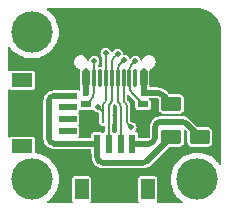
<source format=gbr>
%TF.GenerationSoftware,KiCad,Pcbnew,7.0.7*%
%TF.CreationDate,2024-01-09T13:38:50+07:00*%
%TF.ProjectId,Unified Daughterboard,556e6966-6965-4642-9044-617567687465,rev?*%
%TF.SameCoordinates,Original*%
%TF.FileFunction,Copper,L1,Top*%
%TF.FilePolarity,Positive*%
%FSLAX46Y46*%
G04 Gerber Fmt 4.6, Leading zero omitted, Abs format (unit mm)*
G04 Created by KiCad (PCBNEW 7.0.7) date 2024-01-09 13:38:50*
%MOMM*%
%LPD*%
G01*
G04 APERTURE LIST*
G04 Aperture macros list*
%AMRoundRect*
0 Rectangle with rounded corners*
0 $1 Rounding radius*
0 $2 $3 $4 $5 $6 $7 $8 $9 X,Y pos of 4 corners*
0 Add a 4 corners polygon primitive as box body*
4,1,4,$2,$3,$4,$5,$6,$7,$8,$9,$2,$3,0*
0 Add four circle primitives for the rounded corners*
1,1,$1+$1,$2,$3*
1,1,$1+$1,$4,$5*
1,1,$1+$1,$6,$7*
1,1,$1+$1,$8,$9*
0 Add four rect primitives between the rounded corners*
20,1,$1+$1,$2,$3,$4,$5,0*
20,1,$1+$1,$4,$5,$6,$7,0*
20,1,$1+$1,$6,$7,$8,$9,0*
20,1,$1+$1,$8,$9,$2,$3,0*%
G04 Aperture macros list end*
%TA.AperFunction,SMDPad,CuDef*%
%ADD10RoundRect,0.250000X0.625000X-0.375000X0.625000X0.375000X-0.625000X0.375000X-0.625000X-0.375000X0*%
%TD*%
%TA.AperFunction,WasherPad*%
%ADD11C,3.500001*%
%TD*%
%TA.AperFunction,SMDPad,CuDef*%
%ADD12R,0.900000X0.500000*%
%TD*%
%TA.AperFunction,SMDPad,CuDef*%
%ADD13R,1.200000X1.800000*%
%TD*%
%TA.AperFunction,SMDPad,CuDef*%
%ADD14R,0.600000X1.550000*%
%TD*%
%TA.AperFunction,SMDPad,CuDef*%
%ADD15RoundRect,0.250000X-0.625000X0.375000X-0.625000X-0.375000X0.625000X-0.375000X0.625000X0.375000X0*%
%TD*%
%TA.AperFunction,ComponentPad*%
%ADD16C,3.500001*%
%TD*%
%TA.AperFunction,SMDPad,CuDef*%
%ADD17RoundRect,0.125000X0.000000X-0.150000X0.000000X-0.150000X0.000000X0.150000X0.000000X0.150000X0*%
%TD*%
%TA.AperFunction,SMDPad,CuDef*%
%ADD18R,0.250000X0.550000*%
%TD*%
%TA.AperFunction,SMDPad,CuDef*%
%ADD19R,0.300000X0.550000*%
%TD*%
%TA.AperFunction,SMDPad,CuDef*%
%ADD20RoundRect,0.150000X0.150000X0.575000X-0.150000X0.575000X-0.150000X-0.575000X0.150000X-0.575000X0*%
%TD*%
%TA.AperFunction,SMDPad,CuDef*%
%ADD21RoundRect,0.075000X0.075000X0.650000X-0.075000X0.650000X-0.075000X-0.650000X0.075000X-0.650000X0*%
%TD*%
%TA.AperFunction,ComponentPad*%
%ADD22O,1.100000X2.200000*%
%TD*%
%TA.AperFunction,ComponentPad*%
%ADD23O,1.300000X1.900000*%
%TD*%
%TA.AperFunction,SMDPad,CuDef*%
%ADD24R,1.800000X1.200000*%
%TD*%
%TA.AperFunction,SMDPad,CuDef*%
%ADD25R,1.550000X0.600000*%
%TD*%
%TA.AperFunction,ViaPad*%
%ADD26C,0.450000*%
%TD*%
%TA.AperFunction,ViaPad*%
%ADD27C,0.600000*%
%TD*%
%TA.AperFunction,ViaPad*%
%ADD28C,0.500000*%
%TD*%
%TA.AperFunction,Conductor*%
%ADD29C,0.500000*%
%TD*%
%TA.AperFunction,Conductor*%
%ADD30C,0.200000*%
%TD*%
G04 APERTURE END LIST*
D10*
%TO.P,L1,1,1*%
%TO.N,GND*%
X104200000Y-66400000D03*
%TO.P,L1,2,2*%
%TO.N,GNDPWR*%
X104200000Y-63600000D03*
%TD*%
D11*
%TO.P,MH3,*%
%TO.N,*%
X90000000Y-70000000D03*
%TD*%
%TO.P,MH1,*%
%TO.N,*%
X90000000Y-57500000D03*
%TD*%
D12*
%TO.P,R1,1*%
%TO.N,CC1*%
X99400000Y-63650000D03*
%TO.P,R1,2*%
%TO.N,GNDPWR*%
X99400000Y-65150000D03*
%TD*%
D13*
%TO.P,J3,*%
%TO.N,*%
X94200000Y-70850000D03*
X99800000Y-70850000D03*
D14*
%TO.P,J3,1,Pin_1*%
%TO.N,VCC*%
X95500000Y-66975000D03*
%TO.P,J3,2,Pin_2*%
%TO.N,DA-*%
X96500000Y-66975000D03*
%TO.P,J3,3,Pin_3*%
%TO.N,DA+*%
X97500000Y-66975000D03*
%TO.P,J3,4,Pin_4*%
%TO.N,GND*%
X98500000Y-66975000D03*
%TD*%
D11*
%TO.P,MH4,*%
%TO.N,*%
X104000000Y-70000000D03*
%TD*%
D15*
%TO.P,F1,1*%
%TO.N,VBUS*%
X101800000Y-63600000D03*
%TO.P,F1,2*%
%TO.N,VCC*%
X101800000Y-66400000D03*
%TD*%
D16*
%TO.P,MH2,1,Pin_1*%
%TO.N,GNDPWR*%
X104000000Y-57500000D03*
%TD*%
D17*
%TO.P,U1,1,IO1*%
%TO.N,DA+*%
X96000000Y-64985000D03*
D18*
%TO.P,U1,2,IO2*%
%TO.N,DA-*%
X96500000Y-64985000D03*
D19*
%TO.P,U1,3,GND*%
%TO.N,GNDPWR*%
X97000000Y-64985000D03*
D18*
%TO.P,U1,4,D2+*%
%TO.N,DA+*%
X97500000Y-64985000D03*
%TO.P,U1,5,D2-*%
%TO.N,DA-*%
X98000000Y-64985000D03*
%TO.P,U1,6,NC*%
X98000000Y-64215000D03*
%TO.P,U1,7,NC*%
%TO.N,DA+*%
X97500000Y-64215000D03*
D19*
%TO.P,U1,8,GND*%
%TO.N,GNDPWR*%
X97000000Y-64215000D03*
D18*
%TO.P,U1,9,NC*%
%TO.N,DA-*%
X96500000Y-64215000D03*
%TO.P,U1,10,NC*%
%TO.N,DA+*%
X96000000Y-64215000D03*
%TD*%
D20*
%TO.P,J1,A1,GND*%
%TO.N,GNDPWR*%
X100248000Y-61375000D03*
%TO.P,J1,A4,VBUS*%
%TO.N,VBUS*%
X99448000Y-61375000D03*
D21*
%TO.P,J1,A5,CC1*%
%TO.N,CC1*%
X98248000Y-61375000D03*
%TO.P,J1,A6,D+*%
%TO.N,DA+*%
X97252000Y-61375000D03*
%TO.P,J1,A7,D-*%
%TO.N,DA-*%
X96748000Y-61375000D03*
%TO.P,J1,A8,SBU1*%
%TO.N,unconnected-(J1-SBU1-PadA8)*%
X95748000Y-61375000D03*
D20*
%TO.P,J1,B1,GND*%
%TO.N,GNDPWR*%
X93748000Y-61375000D03*
%TO.P,J1,B4,VBUS*%
%TO.N,VBUS*%
X94548000Y-61375000D03*
D21*
%TO.P,J1,B5,CC2*%
%TO.N,CC2*%
X95248000Y-61375000D03*
%TO.P,J1,B6,D+*%
%TO.N,DA+*%
X96248000Y-61375000D03*
%TO.P,J1,B7,D-*%
%TO.N,DA-*%
X97748000Y-61375000D03*
%TO.P,J1,B8,SBU2*%
%TO.N,unconnected-(J1-SBU2-PadB8)*%
X98748000Y-61375000D03*
D22*
%TO.P,J1,S,SHIELD*%
%TO.N,GNDPWR*%
X101298000Y-60600000D03*
D23*
X101298000Y-56400000D03*
D22*
X92698000Y-60600000D03*
D23*
X92698000Y-56400000D03*
%TD*%
D12*
%TO.P,R2,1*%
%TO.N,CC2*%
X94600000Y-63650000D03*
%TO.P,R2,2*%
%TO.N,GNDPWR*%
X94600000Y-65150000D03*
%TD*%
D24*
%TO.P,J4,*%
%TO.N,*%
X89148000Y-61600000D03*
X89148000Y-67200000D03*
D25*
%TO.P,J4,1,Pin_1*%
%TO.N,VCC*%
X93023000Y-62900000D03*
%TO.P,J4,2,Pin_2*%
%TO.N,DA-*%
X93023000Y-63900000D03*
%TO.P,J4,3,Pin_3*%
%TO.N,DA+*%
X93023000Y-64900000D03*
%TO.P,J4,4,Pin_4*%
%TO.N,GND*%
X93023000Y-65900000D03*
%TD*%
D23*
%TO.P,J2,S,SHIELD*%
%TO.N,GNDPWR*%
X92698000Y-56400500D03*
D22*
X92698000Y-60600500D03*
D23*
X101298000Y-56400500D03*
D22*
X101298000Y-60600500D03*
%TD*%
D26*
%TO.N,GNDPWR*%
X97000000Y-64600000D03*
D27*
X99400000Y-64600000D03*
X94600000Y-64600000D03*
%TO.N,VBUS*%
X94548000Y-62648000D03*
X99448000Y-62648000D03*
D28*
%TO.N,CC1*%
X98748000Y-59980000D03*
%TO.N,DA+*%
X96248000Y-59301516D03*
X97797500Y-59881000D03*
X97500000Y-66975000D03*
X93023000Y-64900000D03*
X95598000Y-63880000D03*
%TO.N,DA-*%
X97248000Y-59378623D03*
X93023000Y-63900000D03*
X98400000Y-65600000D03*
X96500000Y-66975000D03*
%TO.N,CC2*%
X95248000Y-59980000D03*
D27*
%TO.N,GND*%
X93023000Y-65900000D03*
X98500000Y-66975000D03*
%TD*%
D29*
%TO.N,GNDPWR*%
X99400000Y-65150000D02*
X99400000Y-64600000D01*
X94600000Y-65150000D02*
X94600000Y-64600000D01*
%TO.N,VCC*%
X91400000Y-63400000D02*
X91400000Y-66475000D01*
X99392893Y-68600000D02*
X96000000Y-68600000D01*
X101800000Y-66400000D02*
X99746446Y-68453554D01*
X92775000Y-62900000D02*
X91900000Y-62900000D01*
X95500000Y-68100000D02*
X95500000Y-66975000D01*
X91900000Y-66975000D02*
X95500000Y-66975000D01*
X91900000Y-62900000D02*
G75*
G03*
X91400000Y-63400000I0J-500000D01*
G01*
X95500000Y-68100000D02*
G75*
G03*
X96000000Y-68600000I500000J0D01*
G01*
X91400000Y-66475000D02*
G75*
G03*
X91900000Y-66975000I500000J0D01*
G01*
X99392893Y-68599995D02*
G75*
G03*
X99746446Y-68453554I7J499995D01*
G01*
%TO.N,VBUS*%
X99448000Y-62648000D02*
X99448000Y-60825000D01*
X101800000Y-63600000D02*
X101140893Y-62940893D01*
X94548000Y-60825000D02*
X94548000Y-62648000D01*
X100433786Y-62648000D02*
X99448000Y-62648000D01*
D30*
X94548000Y-60825000D02*
X94548000Y-60819670D01*
D29*
X101140900Y-62940886D02*
G75*
G03*
X100433786Y-62648000I-707100J-707114D01*
G01*
D30*
%TO.N,CC1*%
X98394447Y-60333553D02*
X98748000Y-59980000D01*
X98248000Y-60825000D02*
X98248000Y-60687107D01*
X98248000Y-60825000D02*
X98248000Y-62083786D01*
X98540893Y-62790893D02*
X99400000Y-63650000D01*
X98248010Y-62083786D02*
G75*
G03*
X98540893Y-62790893I999990J-14D01*
G01*
X98394444Y-60333550D02*
G75*
G03*
X98248000Y-60687107I353556J-353550D01*
G01*
%TO.N,DA+*%
X96248000Y-60825000D02*
X96248000Y-63272761D01*
X97500000Y-63793553D02*
X97500000Y-64215000D01*
X96174776Y-63449538D02*
X96073223Y-63551091D01*
X96000000Y-64215000D02*
X95933000Y-64215000D01*
X96000000Y-64215000D02*
X96000000Y-64985000D01*
X97325224Y-63515224D02*
X97426777Y-63616777D01*
X96000000Y-63727867D02*
X96000000Y-64215000D01*
X96248000Y-59301516D02*
X96248000Y-60825000D01*
X97252000Y-60825000D02*
X97252000Y-60633607D01*
X97500000Y-64215000D02*
X97500000Y-64985000D01*
X97398447Y-60280053D02*
X97797500Y-59881000D01*
X95933000Y-64215000D02*
X95598000Y-63880000D01*
X97500000Y-64985000D02*
X97500000Y-66975000D01*
X97252000Y-60825000D02*
X97252000Y-63338447D01*
X96174796Y-63449558D02*
G75*
G03*
X96248000Y-63272761I-176796J176758D01*
G01*
X97398444Y-60280050D02*
G75*
G03*
X97252000Y-60633607I353556J-353550D01*
G01*
X97251968Y-63338447D02*
G75*
G03*
X97325225Y-63515223I250032J47D01*
G01*
X97500032Y-63793553D02*
G75*
G03*
X97426776Y-63616778I-250032J-47D01*
G01*
X96073239Y-63551107D02*
G75*
G03*
X96000000Y-63727867I176761J-176793D01*
G01*
%TO.N,DA-*%
X96674776Y-63515224D02*
X96573223Y-63616777D01*
X97248000Y-59378623D02*
X96894446Y-59732177D01*
X96500000Y-64985000D02*
X96500000Y-66975000D01*
X98000000Y-64985000D02*
X98000000Y-64992893D01*
X96500000Y-63793553D02*
X96500000Y-64215000D01*
X97821224Y-63445538D02*
X97926777Y-63551091D01*
X98000000Y-63727867D02*
X98000000Y-64215000D01*
X96748000Y-60825000D02*
X96748000Y-63338447D01*
X98000000Y-64215000D02*
X98000000Y-64985000D01*
X96748000Y-60085730D02*
X96748000Y-60825000D01*
X97748000Y-60825000D02*
X97748000Y-63268761D01*
X96500000Y-64215000D02*
X96500000Y-64985000D01*
X98146447Y-65346447D02*
X98400000Y-65600000D01*
X96573246Y-63616800D02*
G75*
G03*
X96500000Y-63793553I176754J-176800D01*
G01*
X97748028Y-63268761D02*
G75*
G03*
X97821224Y-63445538I249972J-39D01*
G01*
X96674753Y-63515201D02*
G75*
G03*
X96748000Y-63338447I-176753J176801D01*
G01*
X98000023Y-63727867D02*
G75*
G03*
X97926777Y-63551091I-250023J-33D01*
G01*
X98000005Y-64992893D02*
G75*
G03*
X98146447Y-65346447I499995J-7D01*
G01*
X96894431Y-59732162D02*
G75*
G03*
X96748000Y-60085730I353569J-353538D01*
G01*
%TO.N,CC2*%
X95248000Y-60825000D02*
X95248000Y-62587786D01*
X95248000Y-60825000D02*
X95248000Y-59980000D01*
X94955107Y-63294893D02*
X94600000Y-63650000D01*
X94955114Y-63294900D02*
G75*
G03*
X95248000Y-62587786I-707114J707100D01*
G01*
D29*
%TO.N,GND*%
X99900000Y-66975000D02*
X98500000Y-66975000D01*
X102692893Y-65100000D02*
X100900000Y-65100000D01*
X100400000Y-65600000D02*
X100400000Y-66475000D01*
X104200000Y-66400000D02*
X103046446Y-65246446D01*
X99900000Y-66975000D02*
G75*
G03*
X100400000Y-66475000I0J500000D01*
G01*
X100900000Y-65100000D02*
G75*
G03*
X100400000Y-65600000I0J-500000D01*
G01*
X103046449Y-65246443D02*
G75*
G03*
X102692893Y-65100000I-353549J-353557D01*
G01*
%TD*%
%TA.AperFunction,Conductor*%
%TO.N,GNDPWR*%
G36*
X95184793Y-64095554D02*
G01*
X95210169Y-64122853D01*
X95212212Y-64121541D01*
X95215119Y-64126065D01*
X95299948Y-64223964D01*
X95299952Y-64223968D01*
X95384388Y-64278231D01*
X95408931Y-64294004D01*
X95533228Y-64330500D01*
X95592379Y-64330500D01*
X95640717Y-64348093D01*
X95645550Y-64352522D01*
X95652471Y-64359442D01*
X95674213Y-64406060D01*
X95674500Y-64412620D01*
X95674500Y-64509748D01*
X95686132Y-64568229D01*
X95686825Y-64569266D01*
X95687545Y-64571640D01*
X95688968Y-64575075D01*
X95688629Y-64575215D01*
X95699500Y-64611048D01*
X95699500Y-64692555D01*
X95692454Y-64724336D01*
X95680742Y-64749451D01*
X95680740Y-64749457D01*
X95674500Y-64796862D01*
X95674500Y-65173135D01*
X95680741Y-65220546D01*
X95729250Y-65324575D01*
X95729256Y-65324583D01*
X95810416Y-65405743D01*
X95810424Y-65405749D01*
X95914450Y-65454257D01*
X95914452Y-65454257D01*
X95914455Y-65454259D01*
X95961861Y-65460500D01*
X96038138Y-65460499D01*
X96085545Y-65454259D01*
X96092519Y-65451006D01*
X96143762Y-65446523D01*
X96185900Y-65476027D01*
X96199500Y-65519161D01*
X96199500Y-65933956D01*
X96181907Y-65982294D01*
X96138972Y-66007711D01*
X96121770Y-66011132D01*
X96121768Y-66011133D01*
X96055445Y-66055450D01*
X96053174Y-66057722D01*
X96049440Y-66059462D01*
X96049291Y-66059563D01*
X96049275Y-66059539D01*
X96006554Y-66079462D01*
X95956867Y-66066148D01*
X95946826Y-66057722D01*
X95944554Y-66055450D01*
X95944552Y-66055449D01*
X95944552Y-66055448D01*
X95878231Y-66011133D01*
X95878229Y-66011132D01*
X95819749Y-65999500D01*
X95819748Y-65999500D01*
X95180252Y-65999500D01*
X95180251Y-65999500D01*
X95121770Y-66011132D01*
X95121768Y-66011133D01*
X95055448Y-66055448D01*
X95011133Y-66121768D01*
X95011132Y-66121770D01*
X94999500Y-66180251D01*
X94999500Y-66449300D01*
X94981907Y-66497638D01*
X94937358Y-66523358D01*
X94924300Y-66524500D01*
X93921143Y-66524500D01*
X93872805Y-66506907D01*
X93847085Y-66462358D01*
X93856018Y-66411700D01*
X93879363Y-66386774D01*
X93884194Y-66383546D01*
X93942552Y-66344552D01*
X93986867Y-66278231D01*
X93998500Y-66219748D01*
X93998500Y-65580252D01*
X93997923Y-65577353D01*
X93992582Y-65550500D01*
X93986867Y-65521769D01*
X93942552Y-65455448D01*
X93942550Y-65455446D01*
X93942549Y-65455445D01*
X93940278Y-65453174D01*
X93938537Y-65449440D01*
X93938437Y-65449291D01*
X93938460Y-65449275D01*
X93918538Y-65406554D01*
X93931852Y-65356867D01*
X93940278Y-65346826D01*
X93942549Y-65344554D01*
X93942548Y-65344554D01*
X93942552Y-65344552D01*
X93986867Y-65278231D01*
X93998500Y-65219748D01*
X93998500Y-64580252D01*
X93996108Y-64568229D01*
X93986867Y-64521770D01*
X93986866Y-64521768D01*
X93942552Y-64455448D01*
X93942550Y-64455446D01*
X93942549Y-64455445D01*
X93940278Y-64453174D01*
X93938537Y-64449440D01*
X93938437Y-64449291D01*
X93938460Y-64449275D01*
X93918538Y-64406554D01*
X93931852Y-64356867D01*
X93940278Y-64346826D01*
X93942549Y-64344554D01*
X93942548Y-64344554D01*
X93942552Y-64344552D01*
X93986867Y-64278231D01*
X93998500Y-64219748D01*
X93998500Y-64165924D01*
X94016093Y-64117586D01*
X94060642Y-64091866D01*
X94088369Y-64092168D01*
X94130252Y-64100500D01*
X95069749Y-64100500D01*
X95133952Y-64087729D01*
X95184793Y-64095554D01*
G37*
%TD.AperFunction*%
%TA.AperFunction,Conductor*%
G36*
X97030274Y-63644527D02*
G01*
X97062498Y-63671563D01*
X97068494Y-63680534D01*
X97070864Y-63684845D01*
X97073017Y-63687987D01*
X97073018Y-63687989D01*
X97073105Y-63688076D01*
X97073203Y-63688184D01*
X97074423Y-63689403D01*
X97074424Y-63689405D01*
X97108513Y-63723483D01*
X97108513Y-63723484D01*
X97168371Y-63783343D01*
X97190110Y-63829964D01*
X97186372Y-63854265D01*
X97187578Y-63854505D01*
X97174500Y-63920251D01*
X97174500Y-64509748D01*
X97186132Y-64568230D01*
X97187372Y-64571222D01*
X97187553Y-64575371D01*
X97187578Y-64575496D01*
X97187558Y-64575499D01*
X97189616Y-64622613D01*
X97187373Y-64628776D01*
X97186132Y-64631770D01*
X97174500Y-64690251D01*
X97174500Y-65279748D01*
X97186132Y-65338229D01*
X97186825Y-65339266D01*
X97187545Y-65341640D01*
X97188968Y-65345075D01*
X97188629Y-65345215D01*
X97199500Y-65381048D01*
X97199500Y-65933956D01*
X97181907Y-65982294D01*
X97138972Y-66007711D01*
X97121770Y-66011132D01*
X97121768Y-66011133D01*
X97055445Y-66055450D01*
X97053174Y-66057722D01*
X97049440Y-66059462D01*
X97049291Y-66059563D01*
X97049275Y-66059539D01*
X97006554Y-66079462D01*
X96956867Y-66066148D01*
X96946826Y-66057722D01*
X96944554Y-66055450D01*
X96944552Y-66055449D01*
X96944552Y-66055448D01*
X96878231Y-66011133D01*
X96878229Y-66011132D01*
X96861028Y-66007711D01*
X96817052Y-65981024D01*
X96800500Y-65933956D01*
X96800500Y-65381048D01*
X96811370Y-65345215D01*
X96811032Y-65345075D01*
X96812454Y-65341640D01*
X96813175Y-65339266D01*
X96813867Y-65338231D01*
X96825500Y-65279748D01*
X96825500Y-64690252D01*
X96813867Y-64631769D01*
X96813864Y-64631765D01*
X96812629Y-64628782D01*
X96812447Y-64624633D01*
X96812422Y-64624505D01*
X96812441Y-64624501D01*
X96810382Y-64577391D01*
X96812630Y-64571216D01*
X96813864Y-64568234D01*
X96813867Y-64568231D01*
X96825500Y-64509748D01*
X96825500Y-63920252D01*
X96813867Y-63861769D01*
X96813866Y-63861768D01*
X96812422Y-63854505D01*
X96814836Y-63854024D01*
X96813079Y-63813915D01*
X96831629Y-63783341D01*
X96887145Y-63727827D01*
X96906951Y-63708021D01*
X96906951Y-63708020D01*
X96907947Y-63707025D01*
X96908369Y-63706560D01*
X96925552Y-63689384D01*
X96937460Y-63671566D01*
X96978945Y-63641157D01*
X97030274Y-63644527D01*
G37*
%TD.AperFunction*%
%TA.AperFunction,Conductor*%
G36*
X104001212Y-55500579D02*
G01*
X104083743Y-55505988D01*
X104266975Y-55519094D01*
X104271614Y-55519719D01*
X104389441Y-55543157D01*
X104535023Y-55574826D01*
X104539084Y-55575954D01*
X104600324Y-55596743D01*
X104659424Y-55616805D01*
X104792909Y-55666592D01*
X104796380Y-55668091D01*
X104912631Y-55725420D01*
X104912952Y-55725578D01*
X105035869Y-55792696D01*
X105038724Y-55794423D01*
X105147176Y-55866889D01*
X105148820Y-55868052D01*
X105259396Y-55950828D01*
X105261653Y-55952658D01*
X105307332Y-55992718D01*
X105360104Y-56038997D01*
X105361884Y-56040664D01*
X105459333Y-56138113D01*
X105461001Y-56139894D01*
X105547338Y-56238343D01*
X105549170Y-56240602D01*
X105631946Y-56351178D01*
X105633109Y-56352822D01*
X105705564Y-56461257D01*
X105707302Y-56464128D01*
X105774421Y-56587047D01*
X105831903Y-56703609D01*
X105833411Y-56707101D01*
X105883195Y-56840575D01*
X105924041Y-56960906D01*
X105925179Y-56965003D01*
X105956847Y-57110580D01*
X105980279Y-57228383D01*
X105980906Y-57233040D01*
X105994017Y-57416351D01*
X105999419Y-57498772D01*
X105999500Y-57501231D01*
X105999500Y-68679369D01*
X105981907Y-68727707D01*
X105937358Y-68753427D01*
X105886700Y-68744494D01*
X105861773Y-68721148D01*
X105833857Y-68679369D01*
X105795633Y-68622162D01*
X105691335Y-68503233D01*
X105600427Y-68399572D01*
X105481837Y-68295572D01*
X105377838Y-68204367D01*
X105131673Y-68039885D01*
X105084158Y-68016453D01*
X104866144Y-67908940D01*
X104684297Y-67847212D01*
X104585797Y-67813776D01*
X104585794Y-67813775D01*
X104585793Y-67813775D01*
X104377089Y-67772261D01*
X104295426Y-67756017D01*
X104295424Y-67756016D01*
X104295420Y-67756016D01*
X104000000Y-67736654D01*
X103704579Y-67756016D01*
X103704574Y-67756017D01*
X103414206Y-67813775D01*
X103133855Y-67908940D01*
X102868330Y-68039883D01*
X102622162Y-68204367D01*
X102399572Y-68399572D01*
X102204367Y-68622162D01*
X102039883Y-68868330D01*
X101908940Y-69133855D01*
X101813775Y-69414206D01*
X101756017Y-69704574D01*
X101756016Y-69704579D01*
X101736654Y-69999999D01*
X101736654Y-70000000D01*
X101756016Y-70295420D01*
X101756017Y-70295425D01*
X101813775Y-70585793D01*
X101908940Y-70866144D01*
X102039883Y-71131669D01*
X102039885Y-71131673D01*
X102204367Y-71377838D01*
X102295572Y-71481837D01*
X102399572Y-71600427D01*
X102503572Y-71691632D01*
X102622162Y-71795633D01*
X102721148Y-71861773D01*
X102751565Y-71903257D01*
X102748200Y-71954587D01*
X102712629Y-71991745D01*
X102679369Y-71999500D01*
X100615117Y-71999500D01*
X100566779Y-71981907D01*
X100541059Y-71937358D01*
X100549992Y-71886700D01*
X100552582Y-71882534D01*
X100588867Y-71828231D01*
X100600500Y-71769748D01*
X100600500Y-69930252D01*
X100588867Y-69871769D01*
X100544552Y-69805448D01*
X100478231Y-69761133D01*
X100478229Y-69761132D01*
X100419749Y-69749500D01*
X100419748Y-69749500D01*
X99180252Y-69749500D01*
X99180251Y-69749500D01*
X99121770Y-69761132D01*
X99121768Y-69761133D01*
X99055448Y-69805448D01*
X99011133Y-69871768D01*
X99011132Y-69871770D01*
X98999500Y-69930251D01*
X98999500Y-71769748D01*
X99011132Y-71828229D01*
X99011133Y-71828231D01*
X99047409Y-71882521D01*
X99059636Y-71932486D01*
X99036885Y-71978621D01*
X98989802Y-71999339D01*
X98984883Y-71999500D01*
X95015117Y-71999500D01*
X94966779Y-71981907D01*
X94941059Y-71937358D01*
X94949992Y-71886700D01*
X94952582Y-71882534D01*
X94988867Y-71828231D01*
X95000500Y-71769748D01*
X95000500Y-69930252D01*
X94988867Y-69871769D01*
X94944552Y-69805448D01*
X94878231Y-69761133D01*
X94878229Y-69761132D01*
X94819749Y-69749500D01*
X94819748Y-69749500D01*
X93580252Y-69749500D01*
X93580251Y-69749500D01*
X93521770Y-69761132D01*
X93521768Y-69761133D01*
X93455448Y-69805448D01*
X93411133Y-69871768D01*
X93411132Y-69871770D01*
X93399500Y-69930251D01*
X93399500Y-71769748D01*
X93411132Y-71828229D01*
X93411133Y-71828231D01*
X93447409Y-71882521D01*
X93459636Y-71932486D01*
X93436885Y-71978621D01*
X93389802Y-71999339D01*
X93384883Y-71999500D01*
X91320631Y-71999500D01*
X91272293Y-71981907D01*
X91246573Y-71937358D01*
X91255506Y-71886700D01*
X91278852Y-71861773D01*
X91377838Y-71795633D01*
X91600427Y-71600427D01*
X91795633Y-71377838D01*
X91960115Y-71131673D01*
X92091059Y-70866145D01*
X92186224Y-70585797D01*
X92243983Y-70295426D01*
X92263346Y-70000000D01*
X92243983Y-69704574D01*
X92186224Y-69414203D01*
X92091059Y-69133855D01*
X91960115Y-68868327D01*
X91795633Y-68622162D01*
X91691335Y-68503233D01*
X91600427Y-68399572D01*
X91481837Y-68295572D01*
X91377838Y-68204367D01*
X91131673Y-68039885D01*
X91084158Y-68016453D01*
X90866144Y-67908940D01*
X90684297Y-67847212D01*
X90585797Y-67813776D01*
X90585794Y-67813775D01*
X90585793Y-67813775D01*
X90309029Y-67758722D01*
X90265052Y-67732036D01*
X90248500Y-67684967D01*
X90248500Y-66580251D01*
X90244105Y-66558157D01*
X90949500Y-66558157D01*
X90978381Y-66721951D01*
X91035265Y-66878236D01*
X91118420Y-67022264D01*
X91118422Y-67022267D01*
X91154866Y-67065700D01*
X91225326Y-67149673D01*
X91295786Y-67208794D01*
X91352733Y-67256578D01*
X91352735Y-67256579D01*
X91496763Y-67339734D01*
X91496764Y-67339734D01*
X91496767Y-67339736D01*
X91653053Y-67396620D01*
X91816842Y-67425500D01*
X91832098Y-67425500D01*
X94924300Y-67425500D01*
X94972638Y-67443093D01*
X94998358Y-67487642D01*
X94999500Y-67500700D01*
X94999500Y-67769748D01*
X95011132Y-67828229D01*
X95011134Y-67828234D01*
X95036826Y-67866683D01*
X95049500Y-67908462D01*
X95049500Y-68183157D01*
X95078381Y-68346951D01*
X95135265Y-68503236D01*
X95218420Y-68647264D01*
X95218422Y-68647267D01*
X95254866Y-68690700D01*
X95325326Y-68774673D01*
X95385310Y-68825004D01*
X95452733Y-68881578D01*
X95452735Y-68881579D01*
X95596763Y-68964734D01*
X95596764Y-68964734D01*
X95596767Y-68964736D01*
X95753053Y-69021620D01*
X95916842Y-69050500D01*
X99428114Y-69050500D01*
X99428232Y-69050495D01*
X99467693Y-69050496D01*
X99615463Y-69027093D01*
X99757752Y-68980863D01*
X99891058Y-68912942D01*
X100012097Y-68825004D01*
X100012676Y-68824425D01*
X100012698Y-68824407D01*
X101589577Y-67247526D01*
X101636197Y-67225786D01*
X101642751Y-67225500D01*
X102479272Y-67225500D01*
X102493312Y-67224182D01*
X102509699Y-67222646D01*
X102637882Y-67177793D01*
X102747150Y-67097150D01*
X102827793Y-66987882D01*
X102872646Y-66859699D01*
X102874073Y-66844482D01*
X102875500Y-66829273D01*
X102875500Y-65970726D01*
X102873869Y-65953343D01*
X102872646Y-65940301D01*
X102857366Y-65896633D01*
X102858007Y-65845200D01*
X102891560Y-65806209D01*
X102942326Y-65797909D01*
X102981520Y-65818624D01*
X103102474Y-65939578D01*
X103124214Y-65986198D01*
X103124500Y-65992752D01*
X103124500Y-66829273D01*
X103127353Y-66859692D01*
X103127354Y-66859699D01*
X103127355Y-66859701D01*
X103172205Y-66987879D01*
X103172207Y-66987882D01*
X103252850Y-67097150D01*
X103324017Y-67149673D01*
X103362117Y-67177792D01*
X103362120Y-67177794D01*
X103392889Y-67188560D01*
X103490301Y-67222646D01*
X103504346Y-67223963D01*
X103520727Y-67225500D01*
X103520734Y-67225500D01*
X104879272Y-67225500D01*
X104893312Y-67224182D01*
X104909699Y-67222646D01*
X105037882Y-67177793D01*
X105147150Y-67097150D01*
X105227793Y-66987882D01*
X105272646Y-66859699D01*
X105274073Y-66844482D01*
X105275500Y-66829273D01*
X105275500Y-65970726D01*
X105273869Y-65953343D01*
X105272646Y-65940301D01*
X105227793Y-65812118D01*
X105147150Y-65702850D01*
X105037882Y-65622207D01*
X105037879Y-65622205D01*
X104923588Y-65582214D01*
X104909699Y-65577354D01*
X104909694Y-65577353D01*
X104909692Y-65577353D01*
X104879273Y-65574500D01*
X104879266Y-65574500D01*
X104042751Y-65574500D01*
X103994413Y-65556907D01*
X103989577Y-65552474D01*
X103384844Y-64947741D01*
X103384837Y-64947727D01*
X103312102Y-64874993D01*
X103312099Y-64874990D01*
X103191060Y-64787053D01*
X103191053Y-64787049D01*
X103057754Y-64719133D01*
X103057753Y-64719132D01*
X102915467Y-64672903D01*
X102915464Y-64672902D01*
X102767693Y-64649499D01*
X102767692Y-64649499D01*
X102692886Y-64649500D01*
X100959309Y-64649500D01*
X100900000Y-64649500D01*
X100816842Y-64649500D01*
X100653053Y-64678380D01*
X100653052Y-64678380D01*
X100653048Y-64678381D01*
X100496763Y-64735265D01*
X100352735Y-64818420D01*
X100225326Y-64925326D01*
X100118420Y-65052735D01*
X100035265Y-65196763D01*
X99978381Y-65353048D01*
X99978380Y-65353052D01*
X99978380Y-65353053D01*
X99957447Y-65471771D01*
X99949500Y-65516842D01*
X99949500Y-66449300D01*
X99931907Y-66497638D01*
X99887358Y-66523358D01*
X99874300Y-66524500D01*
X99075700Y-66524500D01*
X99027362Y-66506907D01*
X99001642Y-66462358D01*
X99000500Y-66449300D01*
X99000500Y-66180251D01*
X98988867Y-66121770D01*
X98988866Y-66121768D01*
X98944552Y-66055448D01*
X98878231Y-66011133D01*
X98878229Y-66011132D01*
X98819749Y-65999500D01*
X98819748Y-65999500D01*
X98814594Y-65999500D01*
X98766256Y-65981907D01*
X98740536Y-65937358D01*
X98749469Y-65886700D01*
X98757761Y-65875055D01*
X98763376Y-65868573D01*
X98782882Y-65846063D01*
X98836697Y-65728226D01*
X98855133Y-65600000D01*
X98836697Y-65471774D01*
X98831548Y-65460500D01*
X98782882Y-65353937D01*
X98782880Y-65353934D01*
X98698051Y-65256035D01*
X98698047Y-65256031D01*
X98589068Y-65185995D01*
X98501267Y-65160215D01*
X98464772Y-65149500D01*
X98464771Y-65149500D01*
X98407941Y-65149500D01*
X98359603Y-65131907D01*
X98348282Y-65120080D01*
X98341038Y-65110640D01*
X98325500Y-65064863D01*
X98325500Y-64690251D01*
X98313867Y-64631771D01*
X98313867Y-64631770D01*
X98313867Y-64631769D01*
X98313864Y-64631765D01*
X98312629Y-64628782D01*
X98312447Y-64624633D01*
X98312422Y-64624505D01*
X98312441Y-64624501D01*
X98310382Y-64577391D01*
X98312630Y-64571216D01*
X98313864Y-64568234D01*
X98313867Y-64568231D01*
X98325500Y-64509748D01*
X98325500Y-63920252D01*
X98313867Y-63861769D01*
X98313173Y-63860730D01*
X98312453Y-63858356D01*
X98311032Y-63854926D01*
X98311369Y-63854786D01*
X98300500Y-63818952D01*
X98300500Y-63781525D01*
X98300507Y-63781426D01*
X98300506Y-63775424D01*
X98300507Y-63775422D01*
X98300504Y-63759002D01*
X98300526Y-63758940D01*
X98300522Y-63727827D01*
X98300523Y-63727827D01*
X98300516Y-63673608D01*
X98279348Y-63567257D01*
X98237840Y-63467078D01*
X98237116Y-63465995D01*
X98183505Y-63385777D01*
X98181136Y-63381468D01*
X98178988Y-63378332D01*
X98178984Y-63378328D01*
X98178983Y-63378325D01*
X98178835Y-63378177D01*
X98178765Y-63378099D01*
X98142990Y-63342332D01*
X98070534Y-63269877D01*
X98050972Y-63227929D01*
X98049602Y-63228166D01*
X98049592Y-63228108D01*
X98049263Y-63224262D01*
X98048794Y-63223257D01*
X98048508Y-63216645D01*
X98048508Y-63215446D01*
X98048499Y-63215343D01*
X98048499Y-62876793D01*
X98066092Y-62828457D01*
X98110641Y-62802737D01*
X98161299Y-62811670D01*
X98184535Y-62832591D01*
X98256033Y-62931002D01*
X98271181Y-62946150D01*
X98287076Y-62962047D01*
X98287088Y-62962060D01*
X98328405Y-63003376D01*
X98366337Y-63041309D01*
X98366344Y-63041315D01*
X98727474Y-63402444D01*
X98749214Y-63449064D01*
X98749500Y-63455618D01*
X98749500Y-63919748D01*
X98761132Y-63978229D01*
X98761133Y-63978231D01*
X98805448Y-64044552D01*
X98871769Y-64088867D01*
X98901010Y-64094683D01*
X98930251Y-64100500D01*
X98930252Y-64100500D01*
X99869749Y-64100500D01*
X99894613Y-64095554D01*
X99928231Y-64088867D01*
X99994552Y-64044552D01*
X100038867Y-63978231D01*
X100050500Y-63919748D01*
X100050500Y-63380252D01*
X100049840Y-63376936D01*
X100042957Y-63342332D01*
X100038867Y-63321769D01*
X99994552Y-63255448D01*
X99965783Y-63236225D01*
X99935368Y-63194742D01*
X99938733Y-63143412D01*
X99974305Y-63106255D01*
X100007564Y-63098500D01*
X100374483Y-63098500D01*
X100431944Y-63098500D01*
X100435629Y-63098680D01*
X100533625Y-63108331D01*
X100548082Y-63111207D01*
X100575452Y-63119509D01*
X100636996Y-63138178D01*
X100650604Y-63143814D01*
X100684748Y-63162063D01*
X100719085Y-63200363D01*
X100724500Y-63228383D01*
X100724500Y-64029273D01*
X100726733Y-64053080D01*
X100727354Y-64059699D01*
X100727355Y-64059701D01*
X100772205Y-64187879D01*
X100772207Y-64187882D01*
X100852850Y-64297150D01*
X100962117Y-64377792D01*
X100962120Y-64377794D01*
X100972629Y-64381471D01*
X101090301Y-64422646D01*
X101104346Y-64423963D01*
X101120727Y-64425500D01*
X101120734Y-64425500D01*
X102479272Y-64425500D01*
X102493312Y-64424182D01*
X102509699Y-64422646D01*
X102637882Y-64377793D01*
X102747150Y-64297150D01*
X102827793Y-64187882D01*
X102872646Y-64059699D01*
X102875042Y-64034153D01*
X102875500Y-64029273D01*
X102875500Y-63170726D01*
X102873415Y-63148500D01*
X102872646Y-63140301D01*
X102827793Y-63012118D01*
X102747150Y-62902850D01*
X102637882Y-62822207D01*
X102637879Y-62822205D01*
X102538489Y-62787428D01*
X102509699Y-62777354D01*
X102509694Y-62777353D01*
X102509692Y-62777353D01*
X102479273Y-62774500D01*
X102479266Y-62774500D01*
X101642751Y-62774500D01*
X101594413Y-62756907D01*
X101589577Y-62752474D01*
X101505668Y-62668565D01*
X101505666Y-62668562D01*
X101481474Y-62644370D01*
X101481461Y-62644343D01*
X101392226Y-62555111D01*
X101392222Y-62555107D01*
X101241370Y-62439357D01*
X101076701Y-62344288D01*
X101076697Y-62344286D01*
X101076693Y-62344284D01*
X100901037Y-62271527D01*
X100901024Y-62271523D01*
X100717375Y-62222317D01*
X100717368Y-62222315D01*
X100670238Y-62216111D01*
X100528851Y-62197499D01*
X100528848Y-62197499D01*
X100433780Y-62197500D01*
X99987614Y-62197500D01*
X99939276Y-62179907D01*
X99913556Y-62135358D01*
X99920055Y-62089272D01*
X99938573Y-62051393D01*
X99948500Y-61983260D01*
X99948500Y-60766740D01*
X99948498Y-60766729D01*
X99938801Y-60700172D01*
X99949241Y-60649802D01*
X99989615Y-60617928D01*
X100003389Y-60614774D01*
X100038236Y-60610187D01*
X100178233Y-60552198D01*
X100298451Y-60459951D01*
X100390698Y-60339733D01*
X100448687Y-60199736D01*
X100468466Y-60049500D01*
X100468466Y-60049497D01*
X100468466Y-60049002D01*
X100466480Y-60033914D01*
X100448687Y-59898764D01*
X100390698Y-59758767D01*
X100373926Y-59736909D01*
X100298451Y-59638548D01*
X100178236Y-59546304D01*
X100178235Y-59546303D01*
X100178233Y-59546302D01*
X100087734Y-59508816D01*
X100038237Y-59488313D01*
X100010106Y-59484609D01*
X99925720Y-59473500D01*
X99850280Y-59473500D01*
X99782770Y-59482387D01*
X99737762Y-59488313D01*
X99662023Y-59519686D01*
X99597767Y-59546302D01*
X99597766Y-59546302D01*
X99597763Y-59546304D01*
X99477548Y-59638548D01*
X99385304Y-59758763D01*
X99385302Y-59758766D01*
X99385302Y-59758767D01*
X99346778Y-59851771D01*
X99331360Y-59888994D01*
X99296607Y-59926919D01*
X99245607Y-59933633D01*
X99202224Y-59905995D01*
X99187449Y-59870918D01*
X99184697Y-59851775D01*
X99184697Y-59851774D01*
X99148982Y-59773571D01*
X99130882Y-59733937D01*
X99130880Y-59733934D01*
X99046051Y-59636035D01*
X99046047Y-59636031D01*
X98937068Y-59565995D01*
X98838434Y-59537035D01*
X98812772Y-59529500D01*
X98683228Y-59529500D01*
X98657579Y-59537031D01*
X98558931Y-59565995D01*
X98449952Y-59636031D01*
X98449948Y-59636035D01*
X98365119Y-59733934D01*
X98365115Y-59733940D01*
X98363758Y-59736913D01*
X98327672Y-59773571D01*
X98276465Y-59778457D01*
X98234097Y-59749285D01*
X98226952Y-59736909D01*
X98180382Y-59634937D01*
X98180380Y-59634934D01*
X98095551Y-59537035D01*
X98095547Y-59537031D01*
X97986568Y-59466995D01*
X97898766Y-59441215D01*
X97862272Y-59430500D01*
X97775753Y-59430500D01*
X97727415Y-59412907D01*
X97701695Y-59368358D01*
X97701318Y-59366002D01*
X97684697Y-59250397D01*
X97671818Y-59222197D01*
X97630882Y-59132560D01*
X97630880Y-59132557D01*
X97546051Y-59034658D01*
X97546047Y-59034654D01*
X97437068Y-58964618D01*
X97349266Y-58938838D01*
X97312772Y-58928123D01*
X97183228Y-58928123D01*
X97155016Y-58936406D01*
X97058931Y-58964618D01*
X96949952Y-59034654D01*
X96949948Y-59034658D01*
X96865119Y-59132557D01*
X96865117Y-59132560D01*
X96829834Y-59209818D01*
X96793750Y-59246479D01*
X96742543Y-59251367D01*
X96700173Y-59222197D01*
X96686996Y-59189280D01*
X96684697Y-59173290D01*
X96630882Y-59055453D01*
X96630880Y-59055450D01*
X96546051Y-58957551D01*
X96546047Y-58957547D01*
X96437068Y-58887511D01*
X96349267Y-58861731D01*
X96312772Y-58851016D01*
X96183228Y-58851016D01*
X96155016Y-58859299D01*
X96058931Y-58887511D01*
X95949952Y-58957547D01*
X95949948Y-58957551D01*
X95865119Y-59055450D01*
X95865117Y-59055453D01*
X95811303Y-59173287D01*
X95792867Y-59301515D01*
X95811303Y-59429744D01*
X95865117Y-59547578D01*
X95865121Y-59547585D01*
X95929132Y-59621457D01*
X95947491Y-59669509D01*
X95947500Y-59670702D01*
X95947500Y-60377235D01*
X95929907Y-60425573D01*
X95885358Y-60451293D01*
X95857635Y-60450991D01*
X95850136Y-60449500D01*
X95645866Y-60449500D01*
X95645865Y-60449501D01*
X95638370Y-60450992D01*
X95587529Y-60443167D01*
X95553613Y-60404492D01*
X95548500Y-60377237D01*
X95548500Y-60349186D01*
X95566093Y-60300848D01*
X95566868Y-60299941D01*
X95630878Y-60226069D01*
X95630880Y-60226064D01*
X95630882Y-60226063D01*
X95684697Y-60108226D01*
X95703133Y-59980000D01*
X95684697Y-59851774D01*
X95648982Y-59773571D01*
X95630882Y-59733937D01*
X95630880Y-59733934D01*
X95546051Y-59636035D01*
X95546047Y-59636031D01*
X95437068Y-59565995D01*
X95338434Y-59537035D01*
X95312772Y-59529500D01*
X95183228Y-59529500D01*
X95157579Y-59537031D01*
X95058931Y-59565995D01*
X94949952Y-59636031D01*
X94949948Y-59636035D01*
X94865119Y-59733934D01*
X94865117Y-59733937D01*
X94811303Y-59851771D01*
X94811302Y-59851775D01*
X94808549Y-59870921D01*
X94784254Y-59916262D01*
X94736498Y-59935378D01*
X94687627Y-59919325D01*
X94664641Y-59888997D01*
X94610698Y-59758767D01*
X94593926Y-59736909D01*
X94518451Y-59638548D01*
X94398236Y-59546304D01*
X94398235Y-59546303D01*
X94398233Y-59546302D01*
X94307734Y-59508816D01*
X94258237Y-59488313D01*
X94230106Y-59484609D01*
X94145720Y-59473500D01*
X94070280Y-59473500D01*
X94002770Y-59482387D01*
X93957762Y-59488313D01*
X93882023Y-59519686D01*
X93817767Y-59546302D01*
X93817766Y-59546302D01*
X93817763Y-59546304D01*
X93697548Y-59638548D01*
X93605304Y-59758763D01*
X93605302Y-59758766D01*
X93605302Y-59758767D01*
X93599170Y-59773571D01*
X93547313Y-59898762D01*
X93547312Y-59898764D01*
X93547313Y-59898764D01*
X93527534Y-60049000D01*
X93527534Y-60049001D01*
X93527532Y-60049019D01*
X93527533Y-60049443D01*
X93527532Y-60049489D01*
X93547313Y-60199737D01*
X93558394Y-60226487D01*
X93605302Y-60339733D01*
X93605303Y-60339735D01*
X93605304Y-60339736D01*
X93697548Y-60459951D01*
X93784115Y-60526376D01*
X93817767Y-60552198D01*
X93957764Y-60610187D01*
X93992601Y-60614773D01*
X94038227Y-60638524D01*
X94057912Y-60686048D01*
X94057198Y-60700171D01*
X94047500Y-60766729D01*
X94047500Y-61983268D01*
X94057427Y-62051392D01*
X94089859Y-62117733D01*
X94097500Y-62150761D01*
X94097500Y-62413279D01*
X94090703Y-62444521D01*
X94083605Y-62460062D01*
X94047520Y-62496721D01*
X93996313Y-62501609D01*
X93953944Y-62472438D01*
X93952677Y-62470600D01*
X93942553Y-62455449D01*
X93926198Y-62444521D01*
X93876231Y-62411133D01*
X93876229Y-62411132D01*
X93817749Y-62399500D01*
X93817748Y-62399500D01*
X92228252Y-62399500D01*
X92228251Y-62399500D01*
X92169770Y-62411132D01*
X92169765Y-62411134D01*
X92131317Y-62436826D01*
X92089538Y-62449500D01*
X91959309Y-62449500D01*
X91900000Y-62449500D01*
X91816842Y-62449500D01*
X91653053Y-62478380D01*
X91653052Y-62478380D01*
X91653048Y-62478381D01*
X91496763Y-62535265D01*
X91352735Y-62618420D01*
X91225326Y-62725326D01*
X91118420Y-62852735D01*
X91035265Y-62996763D01*
X90978381Y-63153048D01*
X90978380Y-63153052D01*
X90978380Y-63153053D01*
X90963715Y-63236226D01*
X90949500Y-63316842D01*
X90949500Y-66558157D01*
X90244105Y-66558157D01*
X90236867Y-66521770D01*
X90236866Y-66521768D01*
X90222154Y-66499750D01*
X90192552Y-66455448D01*
X90126231Y-66411133D01*
X90126229Y-66411132D01*
X90067749Y-66399500D01*
X90067748Y-66399500D01*
X88228252Y-66399500D01*
X88228251Y-66399500D01*
X88169770Y-66411132D01*
X88169765Y-66411134D01*
X88117479Y-66446072D01*
X88067513Y-66458299D01*
X88021378Y-66435548D01*
X88000661Y-66388465D01*
X88000500Y-66383546D01*
X88000500Y-62416453D01*
X88018093Y-62368115D01*
X88062642Y-62342395D01*
X88113300Y-62351328D01*
X88117457Y-62353913D01*
X88169769Y-62388867D01*
X88199010Y-62394683D01*
X88228251Y-62400500D01*
X88228252Y-62400500D01*
X90067749Y-62400500D01*
X90087242Y-62396622D01*
X90126231Y-62388867D01*
X90192552Y-62344552D01*
X90236867Y-62278231D01*
X90248500Y-62219748D01*
X90248500Y-60980252D01*
X90236867Y-60921769D01*
X90192552Y-60855448D01*
X90126231Y-60811133D01*
X90126229Y-60811132D01*
X90067749Y-60799500D01*
X90067748Y-60799500D01*
X88228252Y-60799500D01*
X88228251Y-60799500D01*
X88169770Y-60811132D01*
X88169765Y-60811134D01*
X88117479Y-60846072D01*
X88067513Y-60858299D01*
X88021378Y-60835548D01*
X88000661Y-60788465D01*
X88000500Y-60783546D01*
X88000500Y-58820630D01*
X88018093Y-58772292D01*
X88062642Y-58746572D01*
X88113300Y-58755505D01*
X88138224Y-58778848D01*
X88204367Y-58877838D01*
X88248466Y-58928123D01*
X88399572Y-59100427D01*
X88482657Y-59173290D01*
X88622162Y-59295633D01*
X88868327Y-59460115D01*
X89133855Y-59591059D01*
X89414203Y-59686224D01*
X89704574Y-59743983D01*
X90000000Y-59763346D01*
X90295426Y-59743983D01*
X90585797Y-59686224D01*
X90866145Y-59591059D01*
X91131673Y-59460115D01*
X91377838Y-59295633D01*
X91600427Y-59100427D01*
X91795633Y-58877838D01*
X91960115Y-58631673D01*
X92091059Y-58366145D01*
X92186224Y-58085797D01*
X92243983Y-57795426D01*
X92263346Y-57500000D01*
X92243983Y-57204574D01*
X92186224Y-56914203D01*
X92091059Y-56633855D01*
X91960115Y-56368327D01*
X91795633Y-56122162D01*
X91682113Y-55992718D01*
X91600427Y-55899572D01*
X91402024Y-55725578D01*
X91377838Y-55704367D01*
X91278851Y-55638226D01*
X91248435Y-55596743D01*
X91251800Y-55545413D01*
X91287371Y-55508255D01*
X91320631Y-55500500D01*
X103998769Y-55500500D01*
X104001212Y-55500579D01*
G37*
%TD.AperFunction*%
%TD*%
M02*

</source>
